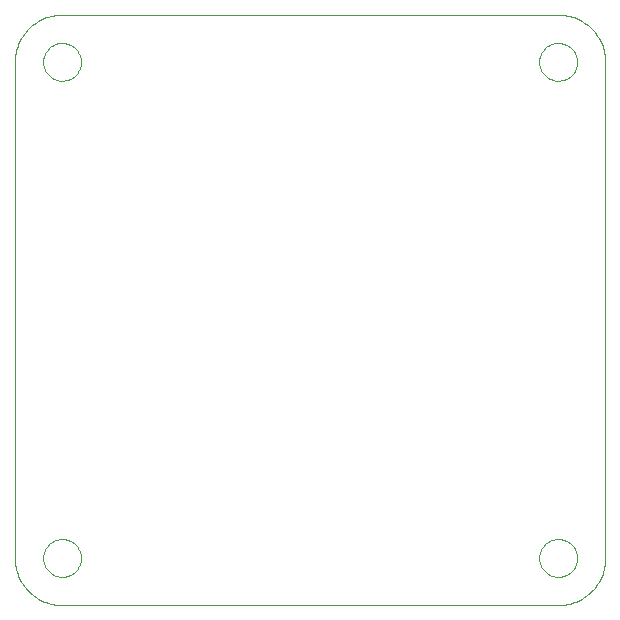
<source format=gtp>
G75*
G70*
%OFA0B0*%
%FSLAX24Y24*%
%IPPOS*%
%LPD*%
%AMOC8*
5,1,8,0,0,1.08239X$1,22.5*
%
%ADD10C,0.0000*%
D10*
X005612Y004990D02*
X005612Y021526D01*
X006557Y021526D02*
X006559Y021576D01*
X006565Y021626D01*
X006575Y021675D01*
X006589Y021723D01*
X006606Y021770D01*
X006627Y021815D01*
X006652Y021859D01*
X006680Y021900D01*
X006712Y021939D01*
X006746Y021976D01*
X006783Y022010D01*
X006823Y022040D01*
X006865Y022067D01*
X006909Y022091D01*
X006955Y022112D01*
X007002Y022128D01*
X007050Y022141D01*
X007100Y022150D01*
X007149Y022155D01*
X007200Y022156D01*
X007250Y022153D01*
X007299Y022146D01*
X007348Y022135D01*
X007396Y022120D01*
X007442Y022102D01*
X007487Y022080D01*
X007530Y022054D01*
X007571Y022025D01*
X007610Y021993D01*
X007646Y021958D01*
X007678Y021920D01*
X007708Y021880D01*
X007735Y021837D01*
X007758Y021793D01*
X007777Y021747D01*
X007793Y021699D01*
X007805Y021650D01*
X007813Y021601D01*
X007817Y021551D01*
X007817Y021501D01*
X007813Y021451D01*
X007805Y021402D01*
X007793Y021353D01*
X007777Y021305D01*
X007758Y021259D01*
X007735Y021215D01*
X007708Y021172D01*
X007678Y021132D01*
X007646Y021094D01*
X007610Y021059D01*
X007571Y021027D01*
X007530Y020998D01*
X007487Y020972D01*
X007442Y020950D01*
X007396Y020932D01*
X007348Y020917D01*
X007299Y020906D01*
X007250Y020899D01*
X007200Y020896D01*
X007149Y020897D01*
X007100Y020902D01*
X007050Y020911D01*
X007002Y020924D01*
X006955Y020940D01*
X006909Y020961D01*
X006865Y020985D01*
X006823Y021012D01*
X006783Y021042D01*
X006746Y021076D01*
X006712Y021113D01*
X006680Y021152D01*
X006652Y021193D01*
X006627Y021237D01*
X006606Y021282D01*
X006589Y021329D01*
X006575Y021377D01*
X006565Y021426D01*
X006559Y021476D01*
X006557Y021526D01*
X005612Y021526D02*
X005614Y021603D01*
X005620Y021680D01*
X005629Y021757D01*
X005642Y021833D01*
X005659Y021909D01*
X005680Y021983D01*
X005704Y022057D01*
X005732Y022129D01*
X005763Y022199D01*
X005798Y022268D01*
X005836Y022336D01*
X005877Y022401D01*
X005922Y022464D01*
X005970Y022525D01*
X006020Y022584D01*
X006073Y022640D01*
X006129Y022693D01*
X006188Y022743D01*
X006249Y022791D01*
X006312Y022836D01*
X006377Y022877D01*
X006445Y022915D01*
X006514Y022950D01*
X006584Y022981D01*
X006656Y023009D01*
X006730Y023033D01*
X006804Y023054D01*
X006880Y023071D01*
X006956Y023084D01*
X007033Y023093D01*
X007110Y023099D01*
X007187Y023101D01*
X023722Y023101D01*
X023092Y021526D02*
X023094Y021576D01*
X023100Y021626D01*
X023110Y021675D01*
X023124Y021723D01*
X023141Y021770D01*
X023162Y021815D01*
X023187Y021859D01*
X023215Y021900D01*
X023247Y021939D01*
X023281Y021976D01*
X023318Y022010D01*
X023358Y022040D01*
X023400Y022067D01*
X023444Y022091D01*
X023490Y022112D01*
X023537Y022128D01*
X023585Y022141D01*
X023635Y022150D01*
X023684Y022155D01*
X023735Y022156D01*
X023785Y022153D01*
X023834Y022146D01*
X023883Y022135D01*
X023931Y022120D01*
X023977Y022102D01*
X024022Y022080D01*
X024065Y022054D01*
X024106Y022025D01*
X024145Y021993D01*
X024181Y021958D01*
X024213Y021920D01*
X024243Y021880D01*
X024270Y021837D01*
X024293Y021793D01*
X024312Y021747D01*
X024328Y021699D01*
X024340Y021650D01*
X024348Y021601D01*
X024352Y021551D01*
X024352Y021501D01*
X024348Y021451D01*
X024340Y021402D01*
X024328Y021353D01*
X024312Y021305D01*
X024293Y021259D01*
X024270Y021215D01*
X024243Y021172D01*
X024213Y021132D01*
X024181Y021094D01*
X024145Y021059D01*
X024106Y021027D01*
X024065Y020998D01*
X024022Y020972D01*
X023977Y020950D01*
X023931Y020932D01*
X023883Y020917D01*
X023834Y020906D01*
X023785Y020899D01*
X023735Y020896D01*
X023684Y020897D01*
X023635Y020902D01*
X023585Y020911D01*
X023537Y020924D01*
X023490Y020940D01*
X023444Y020961D01*
X023400Y020985D01*
X023358Y021012D01*
X023318Y021042D01*
X023281Y021076D01*
X023247Y021113D01*
X023215Y021152D01*
X023187Y021193D01*
X023162Y021237D01*
X023141Y021282D01*
X023124Y021329D01*
X023110Y021377D01*
X023100Y021426D01*
X023094Y021476D01*
X023092Y021526D01*
X023722Y023101D02*
X023799Y023099D01*
X023876Y023093D01*
X023953Y023084D01*
X024029Y023071D01*
X024105Y023054D01*
X024179Y023033D01*
X024253Y023009D01*
X024325Y022981D01*
X024395Y022950D01*
X024464Y022915D01*
X024532Y022877D01*
X024597Y022836D01*
X024660Y022791D01*
X024721Y022743D01*
X024780Y022693D01*
X024836Y022640D01*
X024889Y022584D01*
X024939Y022525D01*
X024987Y022464D01*
X025032Y022401D01*
X025073Y022336D01*
X025111Y022268D01*
X025146Y022199D01*
X025177Y022129D01*
X025205Y022057D01*
X025229Y021983D01*
X025250Y021909D01*
X025267Y021833D01*
X025280Y021757D01*
X025289Y021680D01*
X025295Y021603D01*
X025297Y021526D01*
X025297Y004990D01*
X023092Y004990D02*
X023094Y005040D01*
X023100Y005090D01*
X023110Y005139D01*
X023124Y005187D01*
X023141Y005234D01*
X023162Y005279D01*
X023187Y005323D01*
X023215Y005364D01*
X023247Y005403D01*
X023281Y005440D01*
X023318Y005474D01*
X023358Y005504D01*
X023400Y005531D01*
X023444Y005555D01*
X023490Y005576D01*
X023537Y005592D01*
X023585Y005605D01*
X023635Y005614D01*
X023684Y005619D01*
X023735Y005620D01*
X023785Y005617D01*
X023834Y005610D01*
X023883Y005599D01*
X023931Y005584D01*
X023977Y005566D01*
X024022Y005544D01*
X024065Y005518D01*
X024106Y005489D01*
X024145Y005457D01*
X024181Y005422D01*
X024213Y005384D01*
X024243Y005344D01*
X024270Y005301D01*
X024293Y005257D01*
X024312Y005211D01*
X024328Y005163D01*
X024340Y005114D01*
X024348Y005065D01*
X024352Y005015D01*
X024352Y004965D01*
X024348Y004915D01*
X024340Y004866D01*
X024328Y004817D01*
X024312Y004769D01*
X024293Y004723D01*
X024270Y004679D01*
X024243Y004636D01*
X024213Y004596D01*
X024181Y004558D01*
X024145Y004523D01*
X024106Y004491D01*
X024065Y004462D01*
X024022Y004436D01*
X023977Y004414D01*
X023931Y004396D01*
X023883Y004381D01*
X023834Y004370D01*
X023785Y004363D01*
X023735Y004360D01*
X023684Y004361D01*
X023635Y004366D01*
X023585Y004375D01*
X023537Y004388D01*
X023490Y004404D01*
X023444Y004425D01*
X023400Y004449D01*
X023358Y004476D01*
X023318Y004506D01*
X023281Y004540D01*
X023247Y004577D01*
X023215Y004616D01*
X023187Y004657D01*
X023162Y004701D01*
X023141Y004746D01*
X023124Y004793D01*
X023110Y004841D01*
X023100Y004890D01*
X023094Y004940D01*
X023092Y004990D01*
X023722Y003415D02*
X023799Y003417D01*
X023876Y003423D01*
X023953Y003432D01*
X024029Y003445D01*
X024105Y003462D01*
X024179Y003483D01*
X024253Y003507D01*
X024325Y003535D01*
X024395Y003566D01*
X024464Y003601D01*
X024532Y003639D01*
X024597Y003680D01*
X024660Y003725D01*
X024721Y003773D01*
X024780Y003823D01*
X024836Y003876D01*
X024889Y003932D01*
X024939Y003991D01*
X024987Y004052D01*
X025032Y004115D01*
X025073Y004180D01*
X025111Y004248D01*
X025146Y004317D01*
X025177Y004387D01*
X025205Y004459D01*
X025229Y004533D01*
X025250Y004607D01*
X025267Y004683D01*
X025280Y004759D01*
X025289Y004836D01*
X025295Y004913D01*
X025297Y004990D01*
X023722Y003416D02*
X007187Y003416D01*
X006557Y004990D02*
X006559Y005040D01*
X006565Y005090D01*
X006575Y005139D01*
X006589Y005187D01*
X006606Y005234D01*
X006627Y005279D01*
X006652Y005323D01*
X006680Y005364D01*
X006712Y005403D01*
X006746Y005440D01*
X006783Y005474D01*
X006823Y005504D01*
X006865Y005531D01*
X006909Y005555D01*
X006955Y005576D01*
X007002Y005592D01*
X007050Y005605D01*
X007100Y005614D01*
X007149Y005619D01*
X007200Y005620D01*
X007250Y005617D01*
X007299Y005610D01*
X007348Y005599D01*
X007396Y005584D01*
X007442Y005566D01*
X007487Y005544D01*
X007530Y005518D01*
X007571Y005489D01*
X007610Y005457D01*
X007646Y005422D01*
X007678Y005384D01*
X007708Y005344D01*
X007735Y005301D01*
X007758Y005257D01*
X007777Y005211D01*
X007793Y005163D01*
X007805Y005114D01*
X007813Y005065D01*
X007817Y005015D01*
X007817Y004965D01*
X007813Y004915D01*
X007805Y004866D01*
X007793Y004817D01*
X007777Y004769D01*
X007758Y004723D01*
X007735Y004679D01*
X007708Y004636D01*
X007678Y004596D01*
X007646Y004558D01*
X007610Y004523D01*
X007571Y004491D01*
X007530Y004462D01*
X007487Y004436D01*
X007442Y004414D01*
X007396Y004396D01*
X007348Y004381D01*
X007299Y004370D01*
X007250Y004363D01*
X007200Y004360D01*
X007149Y004361D01*
X007100Y004366D01*
X007050Y004375D01*
X007002Y004388D01*
X006955Y004404D01*
X006909Y004425D01*
X006865Y004449D01*
X006823Y004476D01*
X006783Y004506D01*
X006746Y004540D01*
X006712Y004577D01*
X006680Y004616D01*
X006652Y004657D01*
X006627Y004701D01*
X006606Y004746D01*
X006589Y004793D01*
X006575Y004841D01*
X006565Y004890D01*
X006559Y004940D01*
X006557Y004990D01*
X005612Y004990D02*
X005614Y004913D01*
X005620Y004836D01*
X005629Y004759D01*
X005642Y004683D01*
X005659Y004607D01*
X005680Y004533D01*
X005704Y004459D01*
X005732Y004387D01*
X005763Y004317D01*
X005798Y004248D01*
X005836Y004180D01*
X005877Y004115D01*
X005922Y004052D01*
X005970Y003991D01*
X006020Y003932D01*
X006073Y003876D01*
X006129Y003823D01*
X006188Y003773D01*
X006249Y003725D01*
X006312Y003680D01*
X006377Y003639D01*
X006445Y003601D01*
X006514Y003566D01*
X006584Y003535D01*
X006656Y003507D01*
X006730Y003483D01*
X006804Y003462D01*
X006880Y003445D01*
X006956Y003432D01*
X007033Y003423D01*
X007110Y003417D01*
X007187Y003415D01*
M02*

</source>
